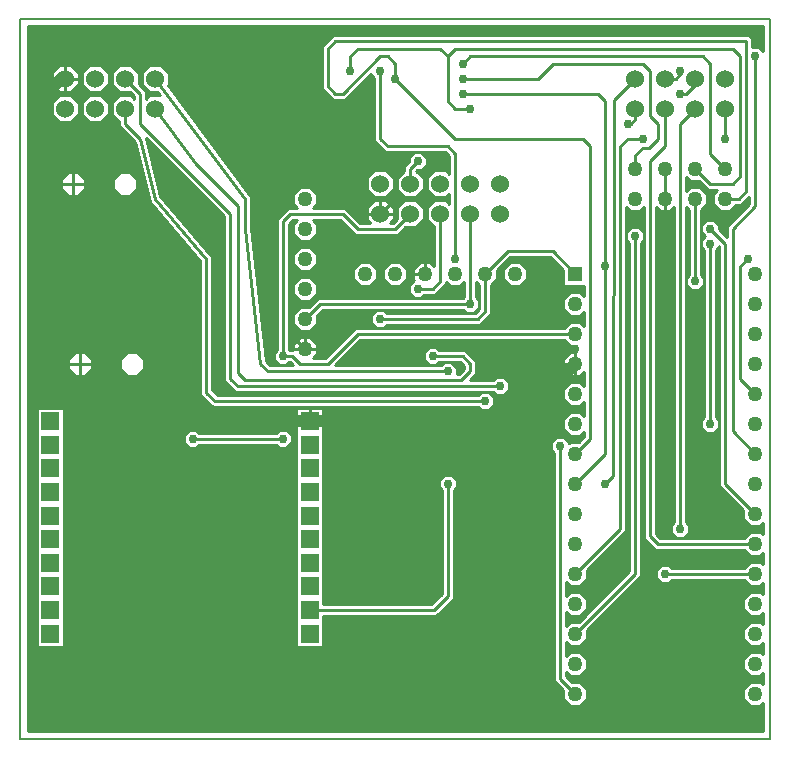
<source format=gbr>
G04 PROTEUS RS274X GERBER FILE*
%FSLAX45Y45*%
%MOMM*%
G01*
%ADD10C,0.254000*%
%ADD11C,1.016000*%
%ADD12C,0.762000*%
%ADD13C,1.524000*%
%ADD16R,1.524000X1.524000*%
%ADD17R,1.270000X1.270000*%
%ADD18C,1.270000*%
%ADD22C,0.203200*%
G36*
X+6286500Y-273238D02*
X+6254563Y-241301D01*
X+6197599Y-241301D01*
X+6197599Y-169459D01*
X+6167841Y-139701D01*
X+2645959Y-139701D01*
X+2552701Y-232959D01*
X+2552701Y-592541D01*
X+2645959Y-685799D01*
X+2751541Y-685799D01*
X+2971801Y-465539D01*
X+2971801Y-476063D01*
X+2997201Y-501463D01*
X+2997201Y-1037041D01*
X+3090459Y-1130299D01*
X+3598459Y-1130299D01*
X+3632201Y-1164041D01*
X+3632201Y-1311558D01*
X+3603344Y-1282701D01*
X+3508656Y-1282701D01*
X+3441701Y-1349656D01*
X+3441701Y-1444344D01*
X+3508656Y-1511299D01*
X+3603344Y-1511299D01*
X+3632201Y-1482442D01*
X+3632201Y-1565558D01*
X+3603344Y-1536701D01*
X+3508656Y-1536701D01*
X+3441701Y-1603656D01*
X+3441701Y-1698344D01*
X+3505201Y-1761844D01*
X+3505201Y-2091518D01*
X+3471084Y-2057401D01*
X+3386916Y-2057401D01*
X+3327401Y-2116916D01*
X+3327401Y-2201084D01*
X+3336118Y-2209801D01*
X+3333937Y-2209801D01*
X+3289301Y-2254437D01*
X+3289301Y-2317563D01*
X+3333937Y-2362199D01*
X+3397063Y-2362199D01*
X+3422463Y-2336799D01*
X+3513541Y-2336799D01*
X+3606799Y-2243541D01*
X+3606799Y-2226482D01*
X+3640916Y-2260599D01*
X+3725084Y-2260599D01*
X+3759201Y-2226482D01*
X+3759201Y-2356037D01*
X+3753037Y-2362201D01*
X+2518959Y-2362201D01*
X+2442759Y-2438401D01*
X+2370916Y-2438401D01*
X+2311401Y-2497916D01*
X+2311401Y-2582084D01*
X+2370916Y-2641599D01*
X+2455084Y-2641599D01*
X+2514599Y-2582084D01*
X+2514599Y-2510241D01*
X+2561041Y-2463799D01*
X+3753037Y-2463799D01*
X+3778437Y-2489199D01*
X+3841563Y-2489199D01*
X+3886199Y-2444563D01*
X+3886199Y-2381437D01*
X+3860799Y-2356037D01*
X+3860799Y-2226482D01*
X+3886201Y-2251884D01*
X+3886201Y-2455459D01*
X+3852459Y-2489201D01*
X+3104963Y-2489201D01*
X+3079563Y-2463801D01*
X+3016437Y-2463801D01*
X+2971801Y-2508437D01*
X+2971801Y-2571563D01*
X+3016437Y-2616199D01*
X+3079563Y-2616199D01*
X+3104963Y-2590799D01*
X+3894541Y-2590799D01*
X+3987799Y-2497541D01*
X+3987799Y-2251884D01*
X+4038599Y-2201084D01*
X+4038599Y-2129241D01*
X+4148541Y-2019299D01*
X+4487459Y-2019299D01*
X+4597401Y-2129241D01*
X+4597401Y-2260599D01*
X+4775201Y-2260599D01*
X+4775201Y-2345518D01*
X+4741084Y-2311401D01*
X+4656916Y-2311401D01*
X+4597401Y-2370916D01*
X+4597401Y-2455084D01*
X+4656916Y-2514599D01*
X+4741084Y-2514599D01*
X+4775201Y-2480482D01*
X+4775201Y-2599518D01*
X+4741084Y-2565401D01*
X+4656916Y-2565401D01*
X+4606116Y-2616201D01*
X+2836459Y-2616201D01*
X+2582459Y-2870201D01*
X+2480482Y-2870201D01*
X+2514599Y-2836084D01*
X+2514599Y-2751916D01*
X+2455084Y-2692401D01*
X+2370916Y-2692401D01*
X+2311401Y-2751916D01*
X+2311401Y-2806701D01*
X+2279463Y-2806701D01*
X+2273299Y-2800537D01*
X+2273299Y-1735541D01*
X+2307041Y-1701799D01*
X+2345518Y-1701799D01*
X+2311401Y-1735916D01*
X+2311401Y-1820084D01*
X+2370916Y-1879599D01*
X+2455084Y-1879599D01*
X+2514599Y-1820084D01*
X+2514599Y-1735916D01*
X+2480482Y-1701799D01*
X+2709459Y-1701799D01*
X+2836459Y-1828799D01*
X+3196041Y-1828799D01*
X+3259541Y-1765299D01*
X+3349344Y-1765299D01*
X+3416299Y-1698344D01*
X+3416299Y-1603656D01*
X+3349344Y-1536701D01*
X+3254656Y-1536701D01*
X+3187701Y-1603656D01*
X+3187701Y-1693459D01*
X+3153959Y-1727201D01*
X+3133442Y-1727201D01*
X+3162299Y-1698344D01*
X+3162299Y-1603656D01*
X+3095344Y-1536701D01*
X+3000656Y-1536701D01*
X+2933701Y-1603656D01*
X+2933701Y-1698344D01*
X+2962558Y-1727201D01*
X+2878541Y-1727201D01*
X+2751541Y-1600201D01*
X+2480482Y-1600201D01*
X+2514599Y-1566084D01*
X+2514599Y-1481916D01*
X+2455084Y-1422401D01*
X+2370916Y-1422401D01*
X+2311401Y-1481916D01*
X+2311401Y-1566084D01*
X+2345518Y-1600201D01*
X+2264959Y-1600201D01*
X+2171701Y-1693459D01*
X+2171701Y-2800537D01*
X+2146301Y-2825937D01*
X+2146301Y-2889063D01*
X+2190937Y-2933699D01*
X+2254063Y-2933699D01*
X+2279463Y-2908299D01*
X+2284009Y-2908299D01*
X+2309411Y-2933701D01*
X+2116541Y-2933701D01*
X+2080520Y-2897680D01*
X+1955799Y-1775190D01*
X+1955799Y-1507068D01*
X+1250191Y-562452D01*
X+1257299Y-555344D01*
X+1257299Y-460656D01*
X+1190344Y-393701D01*
X+1095656Y-393701D01*
X+1028701Y-460656D01*
X+1028701Y-555344D01*
X+1095656Y-622299D01*
X+1162424Y-622299D01*
X+1181552Y-647701D01*
X+1095656Y-647701D01*
X+1066799Y-676558D01*
X+1066799Y-613959D01*
X+1003299Y-550459D01*
X+1003299Y-460656D01*
X+936344Y-393701D01*
X+841656Y-393701D01*
X+774701Y-460656D01*
X+774701Y-555344D01*
X+841656Y-622299D01*
X+931459Y-622299D01*
X+965201Y-656041D01*
X+965201Y-676558D01*
X+936344Y-647701D01*
X+841656Y-647701D01*
X+774701Y-714656D01*
X+774701Y-809344D01*
X+838201Y-872844D01*
X+838201Y-910041D01*
X+970131Y-1041971D01*
X+1096619Y-1547924D01*
X+1526660Y-2050759D01*
X+1526660Y-3186000D01*
X+1629959Y-3289299D01*
X+3880037Y-3289299D01*
X+3905437Y-3314699D01*
X+3968563Y-3314699D01*
X+4013199Y-3270063D01*
X+4013199Y-3206937D01*
X+3968563Y-3162301D01*
X+3905437Y-3162301D01*
X+3880037Y-3187701D01*
X+1672041Y-3187701D01*
X+1628258Y-3143918D01*
X+1628258Y-2013241D01*
X+1189381Y-1500075D01*
X+1067430Y-1012270D01*
X+1727201Y-1672041D01*
X+1727201Y-3069041D01*
X+1820459Y-3162299D01*
X+4007037Y-3162299D01*
X+4032437Y-3187699D01*
X+4095563Y-3187699D01*
X+4140199Y-3143063D01*
X+4140199Y-3079937D01*
X+4095563Y-3035301D01*
X+4032437Y-3035301D01*
X+4007037Y-3060701D01*
X+3805639Y-3060701D01*
X+3860799Y-3005541D01*
X+3860799Y-2899959D01*
X+3767541Y-2806701D01*
X+3549463Y-2806701D01*
X+3524063Y-2781301D01*
X+3460937Y-2781301D01*
X+3416301Y-2825937D01*
X+3416301Y-2889063D01*
X+3460937Y-2933699D01*
X+3524063Y-2933699D01*
X+3549463Y-2908299D01*
X+3725459Y-2908299D01*
X+3759201Y-2942041D01*
X+3759201Y-2963459D01*
X+3712759Y-3009901D01*
X+3695699Y-3009901D01*
X+3695699Y-2952937D01*
X+3651063Y-2908301D01*
X+3587937Y-2908301D01*
X+3562537Y-2933701D01*
X+2662639Y-2933701D01*
X+2878541Y-2717799D01*
X+4606116Y-2717799D01*
X+4656916Y-2768599D01*
X+4679500Y-2768599D01*
X+4667250Y-2780849D01*
X+4667250Y-2807151D01*
X+4679500Y-2819401D01*
X+4656916Y-2819401D01*
X+4597401Y-2878916D01*
X+4597401Y-2963084D01*
X+4656916Y-3022599D01*
X+4741084Y-3022599D01*
X+4775201Y-2988482D01*
X+4775201Y-3107518D01*
X+4741084Y-3073401D01*
X+4656916Y-3073401D01*
X+4597401Y-3132916D01*
X+4597401Y-3217084D01*
X+4656916Y-3276599D01*
X+4741084Y-3276599D01*
X+4775201Y-3242482D01*
X+4775201Y-3361518D01*
X+4741084Y-3327401D01*
X+4656916Y-3327401D01*
X+4597401Y-3386916D01*
X+4597401Y-3471084D01*
X+4656916Y-3530599D01*
X+4741084Y-3530599D01*
X+4775201Y-3496482D01*
X+4775201Y-3534959D01*
X+4728759Y-3581401D01*
X+4656916Y-3581401D01*
X+4648199Y-3590118D01*
X+4648199Y-3587937D01*
X+4603563Y-3543301D01*
X+4540437Y-3543301D01*
X+4495801Y-3587937D01*
X+4495801Y-3651063D01*
X+4521201Y-3676463D01*
X+4521201Y-5609041D01*
X+4597401Y-5685241D01*
X+4597401Y-5757084D01*
X+4656916Y-5816599D01*
X+4741084Y-5816599D01*
X+4800599Y-5757084D01*
X+4800599Y-5672916D01*
X+4741084Y-5613401D01*
X+4669241Y-5613401D01*
X+4622799Y-5566959D01*
X+4622799Y-5528482D01*
X+4656916Y-5562599D01*
X+4741084Y-5562599D01*
X+4800599Y-5503084D01*
X+4800599Y-5418916D01*
X+4741084Y-5359401D01*
X+4656916Y-5359401D01*
X+4622799Y-5393518D01*
X+4622799Y-5274482D01*
X+4656916Y-5308599D01*
X+4741084Y-5308599D01*
X+4800599Y-5249084D01*
X+4800599Y-5177241D01*
X+5257799Y-4720041D01*
X+5257799Y-1898463D01*
X+5283199Y-1873063D01*
X+5283199Y-1809937D01*
X+5238563Y-1765301D01*
X+5175437Y-1765301D01*
X+5130801Y-1809937D01*
X+5130801Y-1873063D01*
X+5156201Y-1898463D01*
X+5156201Y-4677959D01*
X+4728759Y-5105401D01*
X+4656916Y-5105401D01*
X+4622799Y-5139518D01*
X+4622799Y-5020482D01*
X+4656916Y-5054599D01*
X+4741084Y-5054599D01*
X+4800599Y-4995084D01*
X+4800599Y-4910916D01*
X+4741084Y-4851401D01*
X+4656916Y-4851401D01*
X+4622799Y-4885518D01*
X+4622799Y-4766482D01*
X+4656916Y-4800599D01*
X+4741084Y-4800599D01*
X+4800599Y-4741084D01*
X+4800599Y-4669241D01*
X+5130799Y-4339041D01*
X+5130799Y-1591482D01*
X+5164916Y-1625599D01*
X+5249084Y-1625599D01*
X+5283201Y-1591482D01*
X+5283201Y-4402541D01*
X+5376459Y-4495799D01*
X+6130116Y-4495799D01*
X+6180916Y-4546599D01*
X+6265084Y-4546599D01*
X+6286500Y-4525183D01*
X+6286500Y-4618817D01*
X+6265084Y-4597401D01*
X+6180916Y-4597401D01*
X+6130116Y-4648201D01*
X+5517963Y-4648201D01*
X+5492563Y-4622801D01*
X+5429437Y-4622801D01*
X+5384801Y-4667437D01*
X+5384801Y-4730563D01*
X+5429437Y-4775199D01*
X+5492563Y-4775199D01*
X+5517963Y-4749799D01*
X+6130116Y-4749799D01*
X+6180916Y-4800599D01*
X+6265084Y-4800599D01*
X+6286500Y-4779183D01*
X+6286500Y-4872817D01*
X+6265084Y-4851401D01*
X+6180916Y-4851401D01*
X+6121401Y-4910916D01*
X+6121401Y-4995084D01*
X+6180916Y-5054599D01*
X+6265084Y-5054599D01*
X+6286500Y-5033183D01*
X+6286500Y-5126817D01*
X+6265084Y-5105401D01*
X+6180916Y-5105401D01*
X+6121401Y-5164916D01*
X+6121401Y-5249084D01*
X+6180916Y-5308599D01*
X+6265084Y-5308599D01*
X+6286500Y-5287183D01*
X+6286500Y-5380817D01*
X+6265084Y-5359401D01*
X+6180916Y-5359401D01*
X+6121401Y-5418916D01*
X+6121401Y-5503084D01*
X+6180916Y-5562599D01*
X+6265084Y-5562599D01*
X+6286500Y-5541183D01*
X+6286500Y-5634817D01*
X+6265084Y-5613401D01*
X+6180916Y-5613401D01*
X+6121401Y-5672916D01*
X+6121401Y-5757084D01*
X+6180916Y-5816599D01*
X+6265084Y-5816599D01*
X+6286500Y-5795183D01*
X+6286500Y-6032500D01*
X+63500Y-6032500D01*
X+63500Y-63500D01*
X+6286500Y-63500D01*
X+6286500Y-273238D01*
G37*
%LPC*%
G36*
X+333656Y-876299D02*
X+428344Y-876299D01*
X+495299Y-809344D01*
X+495299Y-714656D01*
X+428344Y-647701D01*
X+333656Y-647701D01*
X+266701Y-714656D01*
X+266701Y-809344D01*
X+333656Y-876299D01*
G37*
G36*
X+333656Y-622299D02*
X+428344Y-622299D01*
X+495299Y-555344D01*
X+495299Y-460656D01*
X+428344Y-393701D01*
X+333656Y-393701D01*
X+266701Y-460656D01*
X+266701Y-555344D01*
X+333656Y-622299D01*
G37*
G36*
X+587656Y-876299D02*
X+682344Y-876299D01*
X+749299Y-809344D01*
X+749299Y-714656D01*
X+682344Y-647701D01*
X+587656Y-647701D01*
X+520701Y-714656D01*
X+520701Y-809344D01*
X+587656Y-876299D01*
G37*
G36*
X+587656Y-622299D02*
X+682344Y-622299D01*
X+749299Y-555344D01*
X+749299Y-460656D01*
X+682344Y-393701D01*
X+587656Y-393701D01*
X+520701Y-460656D01*
X+520701Y-555344D01*
X+587656Y-622299D01*
G37*
G36*
X+2568299Y-3521299D02*
X+2568299Y-4956201D01*
X+3480959Y-4956201D01*
X+3568701Y-4868459D01*
X+3568701Y-3993963D01*
X+3543301Y-3968563D01*
X+3543301Y-3905437D01*
X+3587937Y-3860801D01*
X+3651063Y-3860801D01*
X+3695699Y-3905437D01*
X+3695699Y-3968563D01*
X+3670299Y-3993963D01*
X+3670299Y-4910541D01*
X+3523041Y-5057799D01*
X+2568299Y-5057799D01*
X+2568299Y-5321299D01*
X+2339701Y-5321299D01*
X+2339701Y-3292701D01*
X+2568299Y-3292701D01*
X+2568299Y-3521299D01*
G37*
G36*
X+368299Y-3521299D02*
X+368299Y-5321299D01*
X+139701Y-5321299D01*
X+139701Y-3292701D01*
X+368299Y-3292701D01*
X+368299Y-3521299D01*
G37*
G36*
X+3000656Y-1511299D02*
X+3095344Y-1511299D01*
X+3162299Y-1444344D01*
X+3162299Y-1349656D01*
X+3095344Y-1282701D01*
X+3000656Y-1282701D01*
X+2933701Y-1349656D01*
X+2933701Y-1444344D01*
X+3000656Y-1511299D01*
G37*
G36*
X+3441699Y-1174937D02*
X+3441699Y-1238063D01*
X+3397063Y-1282699D01*
X+3361141Y-1282699D01*
X+3355242Y-1288598D01*
X+3416299Y-1349656D01*
X+3416299Y-1444344D01*
X+3349344Y-1511299D01*
X+3254656Y-1511299D01*
X+3187701Y-1444344D01*
X+3187701Y-1349656D01*
X+3251201Y-1286156D01*
X+3251201Y-1248959D01*
X+3289301Y-1210859D01*
X+3289301Y-1174937D01*
X+3333937Y-1130301D01*
X+3397063Y-1130301D01*
X+3441699Y-1174937D01*
G37*
G36*
X+3022599Y-2201084D02*
X+3022599Y-2116916D01*
X+2963084Y-2057401D01*
X+2878916Y-2057401D01*
X+2819401Y-2116916D01*
X+2819401Y-2201084D01*
X+2878916Y-2260599D01*
X+2963084Y-2260599D01*
X+3022599Y-2201084D01*
G37*
G36*
X+3276599Y-2201084D02*
X+3276599Y-2116916D01*
X+3217084Y-2057401D01*
X+3132916Y-2057401D01*
X+3073401Y-2116916D01*
X+3073401Y-2201084D01*
X+3132916Y-2260599D01*
X+3217084Y-2260599D01*
X+3276599Y-2201084D01*
G37*
G36*
X+4292599Y-2201084D02*
X+4292599Y-2116916D01*
X+4233084Y-2057401D01*
X+4148916Y-2057401D01*
X+4089401Y-2116916D01*
X+4089401Y-2201084D01*
X+4148916Y-2260599D01*
X+4233084Y-2260599D01*
X+4292599Y-2201084D01*
G37*
G36*
X+2370916Y-2133599D02*
X+2455084Y-2133599D01*
X+2514599Y-2074084D01*
X+2514599Y-1989916D01*
X+2455084Y-1930401D01*
X+2370916Y-1930401D01*
X+2311401Y-1989916D01*
X+2311401Y-2074084D01*
X+2370916Y-2133599D01*
G37*
G36*
X+2370916Y-2387599D02*
X+2455084Y-2387599D01*
X+2514599Y-2328084D01*
X+2514599Y-2243916D01*
X+2455084Y-2184401D01*
X+2370916Y-2184401D01*
X+2311401Y-2243916D01*
X+2311401Y-2328084D01*
X+2370916Y-2387599D01*
G37*
G36*
X+931084Y-1295401D02*
X+846916Y-1295401D01*
X+787401Y-1354916D01*
X+787401Y-1439084D01*
X+846916Y-1498599D01*
X+931084Y-1498599D01*
X+990599Y-1439084D01*
X+990599Y-1354916D01*
X+931084Y-1295401D01*
G37*
G36*
X+491084Y-1295401D02*
X+406916Y-1295401D01*
X+347401Y-1354916D01*
X+347401Y-1439084D01*
X+406916Y-1498599D01*
X+491084Y-1498599D01*
X+550599Y-1439084D01*
X+550599Y-1354916D01*
X+491084Y-1295401D01*
G37*
G36*
X+990084Y-2819401D02*
X+905916Y-2819401D01*
X+846401Y-2878916D01*
X+846401Y-2963084D01*
X+905916Y-3022599D01*
X+990084Y-3022599D01*
X+1049599Y-2963084D01*
X+1049599Y-2878916D01*
X+990084Y-2819401D01*
G37*
G36*
X+550084Y-2819401D02*
X+465916Y-2819401D01*
X+406401Y-2878916D01*
X+406401Y-2963084D01*
X+465916Y-3022599D01*
X+550084Y-3022599D01*
X+609599Y-2963084D01*
X+609599Y-2878916D01*
X+550084Y-2819401D01*
G37*
G36*
X+2298699Y-3524437D02*
X+2298699Y-3587563D01*
X+2254063Y-3632199D01*
X+2190937Y-3632199D01*
X+2165537Y-3606799D01*
X+1517463Y-3606799D01*
X+1492063Y-3632199D01*
X+1428937Y-3632199D01*
X+1384301Y-3587563D01*
X+1384301Y-3524437D01*
X+1428937Y-3479801D01*
X+1492063Y-3479801D01*
X+1517463Y-3505201D01*
X+2165537Y-3505201D01*
X+2190937Y-3479801D01*
X+2254063Y-3479801D01*
X+2298699Y-3524437D01*
G37*
%LPD*%
G36*
X+5672916Y-1371599D02*
X+5744759Y-1371599D01*
X+5820959Y-1447799D01*
X+5901518Y-1447799D01*
X+5867401Y-1481916D01*
X+5867401Y-1566084D01*
X+5926916Y-1625599D01*
X+6011084Y-1625599D01*
X+6061884Y-1574799D01*
X+6104341Y-1574799D01*
X+6172201Y-1506939D01*
X+6172201Y-1566459D01*
X+5981701Y-1756959D01*
X+5981701Y-1845861D01*
X+5918199Y-1782359D01*
X+5918199Y-1746437D01*
X+5873563Y-1701801D01*
X+5810437Y-1701801D01*
X+5765801Y-1746437D01*
X+5765801Y-1809563D01*
X+5797738Y-1841500D01*
X+5765801Y-1873437D01*
X+5765801Y-1936563D01*
X+5791201Y-1961963D01*
X+5791201Y-3372037D01*
X+5765801Y-3397437D01*
X+5765801Y-3460563D01*
X+5810437Y-3505199D01*
X+5873563Y-3505199D01*
X+5918199Y-3460563D01*
X+5918199Y-3397437D01*
X+5892799Y-3372037D01*
X+5892799Y-1961963D01*
X+5918199Y-1936563D01*
X+5918199Y-1926039D01*
X+5918201Y-1926041D01*
X+5918201Y-3958041D01*
X+6121401Y-4161241D01*
X+6121401Y-4233084D01*
X+6180916Y-4292599D01*
X+6265084Y-4292599D01*
X+6286500Y-4271183D01*
X+6286500Y-4364817D01*
X+6265084Y-4343401D01*
X+6180916Y-4343401D01*
X+6130116Y-4394201D01*
X+5418541Y-4394201D01*
X+5384799Y-4360459D01*
X+5384799Y-1591482D01*
X+5418916Y-1625599D01*
X+5503084Y-1625599D01*
X+5537201Y-1591482D01*
X+5537201Y-4261037D01*
X+5511801Y-4286437D01*
X+5511801Y-4349563D01*
X+5556437Y-4394199D01*
X+5619563Y-4394199D01*
X+5664199Y-4349563D01*
X+5664199Y-4286437D01*
X+5638799Y-4261037D01*
X+5638799Y-1591482D01*
X+5664201Y-1616884D01*
X+5664201Y-2165537D01*
X+5638801Y-2190937D01*
X+5638801Y-2254063D01*
X+5683437Y-2298699D01*
X+5746563Y-2298699D01*
X+5791199Y-2254063D01*
X+5791199Y-2190937D01*
X+5765799Y-2165537D01*
X+5765799Y-1616884D01*
X+5816599Y-1566084D01*
X+5816599Y-1481916D01*
X+5757084Y-1422401D01*
X+5672916Y-1422401D01*
X+5638799Y-1456518D01*
X+5638799Y-1337482D01*
X+5672916Y-1371599D01*
G37*
%LPC*%
G36*
X+5447849Y-2825750D02*
X+5474151Y-2825750D01*
X+5492750Y-2807151D01*
X+5492750Y-2780849D01*
X+5474151Y-2762250D01*
X+5447849Y-2762250D01*
X+5429250Y-2780849D01*
X+5429250Y-2807151D01*
X+5447849Y-2825750D01*
G37*
%LPD*%
D10*
X+3619500Y-317500D02*
X+3683000Y-254000D01*
X+6032500Y-254000D01*
X+6096000Y-317500D01*
X+6096000Y-1333500D01*
X+6032500Y-1397000D01*
X+5842000Y-1397000D01*
X+5715000Y-1270000D01*
X+3619500Y-317500D02*
X+3619500Y-698500D01*
X+3683000Y-762000D01*
X+3810000Y-762000D01*
X+3619500Y-317500D02*
X+3556000Y-254000D01*
X+2857500Y-254000D01*
X+2794000Y-317500D01*
X+2794000Y-444500D01*
X+3746500Y-381000D02*
X+3810000Y-317500D01*
X+5778500Y-317500D01*
X+5842000Y-381000D01*
X+5842000Y-1143000D01*
X+5969000Y-1270000D01*
X+3683000Y-2032000D02*
X+3683000Y-1143000D01*
X+3619500Y-1079500D01*
X+3111500Y-1079500D01*
X+3048000Y-1016000D01*
X+3048000Y-444500D01*
X+5461000Y-4699000D02*
X+6223000Y-4699000D01*
X+3365500Y-2286000D02*
X+3492500Y-2286000D01*
X+3556000Y-2222500D01*
X+3556000Y-1651000D01*
X+3365500Y-1905000D02*
X+3429000Y-1841500D01*
X+3429000Y-1587500D01*
X+3365500Y-1524000D01*
X+3175000Y-1524000D01*
X+3048000Y-1651000D01*
X+2413000Y-2794000D02*
X+2286000Y-2667000D01*
X+2286000Y-1968500D01*
X+2349500Y-1905000D01*
X+3365500Y-1905000D01*
X+3429000Y-1968500D01*
X+3429000Y-2159000D01*
X+5461000Y-1524000D02*
X+5461000Y-2794000D01*
X+4699000Y-2921000D02*
X+4699000Y-2794000D01*
X+5461000Y-1524000D02*
X+5461000Y-1270000D01*
D11*
X+381000Y-508000D02*
X+343663Y-508000D01*
X+139188Y-712475D01*
X+139188Y-2933187D01*
X+613001Y-3407000D01*
X+2454000Y-3407000D01*
X+2794000Y-3407000D01*
X+4699000Y-2921000D02*
X+4213000Y-3407000D01*
X+2794000Y-3407000D01*
D10*
X+5270500Y-1016000D02*
X+5143500Y-1016000D01*
X+5080000Y-1079500D01*
X+5080000Y-4318000D01*
X+4699000Y-4699000D01*
X+5969000Y-1016000D02*
X+5969000Y-762000D01*
X+5588000Y-4318000D02*
X+5588000Y-889000D01*
X+5715000Y-762000D01*
X+5461000Y-762000D02*
X+5461000Y-1079500D01*
X+5334000Y-1206500D01*
X+5334000Y-4381500D01*
X+5397500Y-4445000D01*
X+6223000Y-4445000D01*
X+5842000Y-1778000D02*
X+5969000Y-1905000D01*
X+5969000Y-3937000D01*
X+6223000Y-4191000D01*
X+5143500Y-889000D02*
X+5168900Y-889000D01*
X+5207000Y-850900D01*
X+5207000Y-762000D01*
X+4953000Y-3937000D02*
X+5016500Y-3873500D01*
X+5016500Y-2349500D01*
X+5029200Y-2336800D01*
X+5029200Y-685800D01*
X+5207000Y-508000D01*
X+6223000Y-317500D02*
X+6223000Y-1587500D01*
X+6032500Y-1778000D01*
X+6032500Y-3492500D01*
X+6223000Y-3683000D01*
X+5588000Y-444500D02*
X+5588000Y-469900D01*
X+5549900Y-508000D01*
X+5461000Y-508000D01*
X+5842000Y-1905000D02*
X+5842000Y-3429000D01*
X+5588000Y-635000D02*
X+5638800Y-635000D01*
X+5715000Y-558800D01*
X+5715000Y-508000D01*
X+6159500Y-2032000D02*
X+6096000Y-2095500D01*
X+6096000Y-3048000D01*
X+6223000Y-3175000D01*
X+4572000Y-3619500D02*
X+4572000Y-5588000D01*
X+4699000Y-5715000D01*
X+3492500Y-2413000D02*
X+3810000Y-2413000D01*
X+3810000Y-1651000D01*
X+3492500Y-2413000D02*
X+2540000Y-2413000D01*
X+2413000Y-2540000D01*
X+3937000Y-3238500D02*
X+1651000Y-3238500D01*
X+1577459Y-3164959D01*
X+1577459Y-2032000D01*
X+1143000Y-1524000D01*
X+1016000Y-1016000D01*
X+889000Y-889000D01*
X+889000Y-762000D01*
X+4064000Y-3111500D02*
X+1841500Y-3111500D01*
X+1778000Y-3048000D01*
X+1778000Y-1651000D01*
X+1016000Y-889000D01*
X+1016000Y-635000D01*
X+889000Y-508000D01*
X+2222500Y-2857500D02*
X+2222500Y-1714500D01*
X+2286000Y-1651000D01*
X+2730500Y-1651000D01*
X+2857500Y-1778000D01*
X+3175000Y-1778000D01*
X+3302000Y-1651000D01*
X+4699000Y-2667000D02*
X+2857500Y-2667000D01*
X+2603500Y-2921000D01*
X+2368550Y-2921000D01*
X+2305050Y-2857500D01*
X+2222500Y-2857500D01*
X+2222500Y-3556000D02*
X+1460500Y-3556000D01*
X+3619500Y-3937000D02*
X+3619500Y-4889500D01*
X+3502000Y-5007000D01*
X+2454000Y-5007000D01*
X+3746500Y-635000D02*
X+4889500Y-635000D01*
X+4953000Y-698500D01*
X+4953000Y-2095500D01*
X+4953000Y-3683000D01*
X+4699000Y-3937000D01*
X+5715000Y-2222500D02*
X+5715000Y-1524000D01*
X+3175000Y-508000D02*
X+3683000Y-1016000D01*
X+4762500Y-1016000D01*
X+4826000Y-1079500D01*
X+4826000Y-3556000D01*
X+4699000Y-3683000D01*
X+3175000Y-508000D02*
X+3175000Y-381000D01*
X+3111500Y-317500D01*
X+3048000Y-317500D01*
X+2730500Y-635000D01*
X+2667000Y-635000D01*
X+2603500Y-571500D01*
X+2603500Y-254000D01*
X+2667000Y-190500D01*
X+6146800Y-190500D01*
X+6146800Y-1460500D01*
X+6083300Y-1524000D01*
X+5969000Y-1524000D01*
X+5207000Y-1841500D02*
X+5207000Y-4699000D01*
X+4699000Y-5207000D01*
X+3365500Y-1206500D02*
X+3302000Y-1270000D01*
X+3302000Y-1397000D01*
X+3937000Y-2159000D02*
X+3937000Y-2476500D01*
X+3873500Y-2540000D01*
X+3048000Y-2540000D01*
X+3937000Y-2159000D02*
X+4127500Y-1968500D01*
X+4508500Y-1968500D01*
X+4699000Y-2159000D01*
X+3746500Y-508000D02*
X+4381500Y-508000D01*
X+4508500Y-381000D01*
X+5270500Y-381000D01*
X+5334000Y-444500D01*
X+5334000Y-825500D01*
X+5397500Y-889000D01*
X+5397500Y-1016000D01*
X+5321300Y-1092200D01*
X+5270500Y-1092200D01*
X+5207000Y-1155700D01*
X+5207000Y-1270000D01*
X+3492500Y-2857500D02*
X+3746500Y-2857500D01*
X+3810000Y-2921000D01*
X+3810000Y-2984500D01*
X+3733800Y-3060700D01*
X+1905000Y-3060700D01*
X+1841500Y-2997200D01*
X+1841500Y-1587500D01*
X+1486208Y-1232208D01*
X+1143000Y-762000D01*
X+3619500Y-2984500D02*
X+2095500Y-2984500D01*
X+2032000Y-2921000D01*
X+1905000Y-1778000D01*
X+1905000Y-1524000D01*
X+1143000Y-508000D01*
D12*
X+3810000Y-762000D03*
X+2794000Y-444500D03*
X+3746500Y-381000D03*
X+3048000Y-444500D03*
X+3683000Y-2032000D03*
X+5461000Y-4699000D03*
X+3365500Y-2286000D03*
X+5461000Y-2794000D03*
X+4699000Y-2794000D03*
X+5270500Y-1016000D03*
X+5969000Y-1016000D03*
X+5588000Y-4318000D03*
X+5842000Y-1778000D03*
X+5143500Y-889000D03*
X+4953000Y-3937000D03*
X+6223000Y-317500D03*
X+5588000Y-444500D03*
X+5842000Y-3429000D03*
X+5842000Y-1905000D03*
X+5588000Y-635000D03*
X+6159500Y-2032000D03*
X+4572000Y-3619500D03*
X+3810000Y-2413000D03*
X+3937000Y-3238500D03*
X+4064000Y-3111500D03*
X+1460500Y-3556000D03*
X+2222500Y-3556000D03*
X+2222500Y-2857500D03*
X+3619500Y-3937000D03*
X+5715000Y-2222500D03*
X+4953000Y-2095500D03*
X+3746500Y-635000D03*
X+3175000Y-508000D03*
X+5207000Y-1841500D03*
X+3365500Y-1206500D03*
X+3048000Y-2540000D03*
X+3746500Y-508000D03*
X+3492500Y-2857500D03*
X+3619500Y-2984500D03*
D10*
X+6286500Y-273238D02*
X+6254563Y-241301D01*
X+6197599Y-241301D01*
X+6197599Y-169459D01*
X+6167841Y-139701D01*
X+2645959Y-139701D01*
X+2552701Y-232959D01*
X+2552701Y-592541D01*
X+2645959Y-685799D01*
X+2751541Y-685799D01*
X+2971801Y-465539D01*
X+2971801Y-476063D01*
X+2997201Y-501463D01*
X+2997201Y-1037041D01*
X+3090459Y-1130299D01*
X+3598459Y-1130299D01*
X+3632201Y-1164041D01*
X+3632201Y-1311558D01*
X+3603344Y-1282701D01*
X+3508656Y-1282701D01*
X+3441701Y-1349656D01*
X+3441701Y-1444344D01*
X+3508656Y-1511299D01*
X+3603344Y-1511299D01*
X+3632201Y-1482442D01*
X+3632201Y-1565558D01*
X+3603344Y-1536701D01*
X+3508656Y-1536701D01*
X+3441701Y-1603656D01*
X+3441701Y-1698344D01*
X+3505201Y-1761844D01*
X+3505201Y-2091518D01*
X+3471084Y-2057401D01*
X+3386916Y-2057401D01*
X+3327401Y-2116916D01*
X+3327401Y-2201084D01*
X+3336118Y-2209801D01*
X+3333937Y-2209801D01*
X+3289301Y-2254437D01*
X+3289301Y-2317563D01*
X+3333937Y-2362199D01*
X+3397063Y-2362199D01*
X+3422463Y-2336799D01*
X+3513541Y-2336799D01*
X+3606799Y-2243541D01*
X+3606799Y-2226482D01*
X+3640916Y-2260599D01*
X+3725084Y-2260599D01*
X+3759201Y-2226482D01*
X+3759201Y-2356037D01*
X+3753037Y-2362201D01*
X+2518959Y-2362201D01*
X+2442759Y-2438401D01*
X+2370916Y-2438401D01*
X+2311401Y-2497916D01*
X+2311401Y-2582084D01*
X+2370916Y-2641599D01*
X+2455084Y-2641599D01*
X+2514599Y-2582084D01*
X+2514599Y-2510241D01*
X+2561041Y-2463799D01*
X+3753037Y-2463799D01*
X+3778437Y-2489199D01*
X+3841563Y-2489199D01*
X+3886199Y-2444563D01*
X+3886199Y-2381437D01*
X+3860799Y-2356037D01*
X+3860799Y-2226482D01*
X+3886201Y-2251884D01*
X+3886201Y-2455459D01*
X+3852459Y-2489201D01*
X+3104963Y-2489201D01*
X+3079563Y-2463801D01*
X+3016437Y-2463801D01*
X+2971801Y-2508437D01*
X+2971801Y-2571563D01*
X+3016437Y-2616199D01*
X+3079563Y-2616199D01*
X+3104963Y-2590799D01*
X+3894541Y-2590799D01*
X+3987799Y-2497541D01*
X+3987799Y-2251884D01*
X+4038599Y-2201084D01*
X+4038599Y-2129241D01*
X+4148541Y-2019299D01*
X+4487459Y-2019299D01*
X+4597401Y-2129241D01*
X+4597401Y-2260599D01*
X+4775201Y-2260599D01*
X+4775201Y-2345518D01*
X+4741084Y-2311401D01*
X+4656916Y-2311401D01*
X+4597401Y-2370916D01*
X+4597401Y-2455084D01*
X+4656916Y-2514599D01*
X+4741084Y-2514599D01*
X+4775201Y-2480482D01*
X+4775201Y-2599518D01*
X+4741084Y-2565401D01*
X+4656916Y-2565401D01*
X+4606116Y-2616201D01*
X+2836459Y-2616201D01*
X+2582459Y-2870201D01*
X+2480482Y-2870201D01*
X+2514599Y-2836084D01*
X+2514599Y-2751916D01*
X+2455084Y-2692401D01*
X+2370916Y-2692401D01*
X+2311401Y-2751916D01*
X+2311401Y-2806701D01*
X+2279463Y-2806701D01*
X+2273299Y-2800537D01*
X+2273299Y-1735541D01*
X+2307041Y-1701799D01*
X+2345518Y-1701799D01*
X+2311401Y-1735916D01*
X+2311401Y-1820084D01*
X+2370916Y-1879599D01*
X+2455084Y-1879599D01*
X+2514599Y-1820084D01*
X+2514599Y-1735916D01*
X+2480482Y-1701799D01*
X+2709459Y-1701799D01*
X+2836459Y-1828799D01*
X+3196041Y-1828799D01*
X+3259541Y-1765299D01*
X+3349344Y-1765299D01*
X+3416299Y-1698344D01*
X+3416299Y-1603656D01*
X+3349344Y-1536701D01*
X+3254656Y-1536701D01*
X+3187701Y-1603656D01*
X+3187701Y-1693459D01*
X+3153959Y-1727201D01*
X+3133442Y-1727201D01*
X+3162299Y-1698344D01*
X+3162299Y-1603656D01*
X+3095344Y-1536701D01*
X+3000656Y-1536701D01*
X+2933701Y-1603656D01*
X+2933701Y-1698344D01*
X+2962558Y-1727201D01*
X+2878541Y-1727201D01*
X+2751541Y-1600201D01*
X+2480482Y-1600201D01*
X+2514599Y-1566084D01*
X+2514599Y-1481916D01*
X+2455084Y-1422401D01*
X+2370916Y-1422401D01*
X+2311401Y-1481916D01*
X+2311401Y-1566084D01*
X+2345518Y-1600201D01*
X+2264959Y-1600201D01*
X+2171701Y-1693459D01*
X+2171701Y-2800537D01*
X+2146301Y-2825937D01*
X+2146301Y-2889063D01*
X+2190937Y-2933699D01*
X+2254063Y-2933699D01*
X+2279463Y-2908299D01*
X+2284009Y-2908299D01*
X+2309411Y-2933701D01*
X+2116541Y-2933701D01*
X+2080520Y-2897680D01*
X+1955799Y-1775190D01*
X+1955799Y-1507068D01*
X+1250191Y-562452D01*
X+1257299Y-555344D01*
X+1257299Y-460656D01*
X+1190344Y-393701D01*
X+1095656Y-393701D01*
X+1028701Y-460656D01*
X+1028701Y-555344D01*
X+1095656Y-622299D01*
X+1162424Y-622299D01*
X+1181552Y-647701D01*
X+1095656Y-647701D01*
X+1066799Y-676558D01*
X+1066799Y-613959D01*
X+1003299Y-550459D01*
X+1003299Y-460656D01*
X+936344Y-393701D01*
X+841656Y-393701D01*
X+774701Y-460656D01*
X+774701Y-555344D01*
X+841656Y-622299D01*
X+931459Y-622299D01*
X+965201Y-656041D01*
X+965201Y-676558D01*
X+936344Y-647701D01*
X+841656Y-647701D01*
X+774701Y-714656D01*
X+774701Y-809344D01*
X+838201Y-872844D01*
X+838201Y-910041D01*
X+970131Y-1041971D01*
X+1096619Y-1547924D01*
X+1526660Y-2050759D01*
X+1526660Y-3186000D01*
X+1629959Y-3289299D01*
X+3880037Y-3289299D01*
X+3905437Y-3314699D01*
X+3968563Y-3314699D01*
X+4013199Y-3270063D01*
X+4013199Y-3206937D01*
X+3968563Y-3162301D01*
X+3905437Y-3162301D01*
X+3880037Y-3187701D01*
X+1672041Y-3187701D01*
X+1628258Y-3143918D01*
X+1628258Y-2013241D01*
X+1189381Y-1500075D01*
X+1067430Y-1012270D01*
X+1727201Y-1672041D01*
X+1727201Y-3069041D01*
X+1820459Y-3162299D01*
X+4007037Y-3162299D01*
X+4032437Y-3187699D01*
X+4095563Y-3187699D01*
X+4140199Y-3143063D01*
X+4140199Y-3079937D01*
X+4095563Y-3035301D01*
X+4032437Y-3035301D01*
X+4007037Y-3060701D01*
X+3805639Y-3060701D01*
X+3860799Y-3005541D01*
X+3860799Y-2899959D01*
X+3767541Y-2806701D01*
X+3549463Y-2806701D01*
X+3524063Y-2781301D01*
X+3460937Y-2781301D01*
X+3416301Y-2825937D01*
X+3416301Y-2889063D01*
X+3460937Y-2933699D01*
X+3524063Y-2933699D01*
X+3549463Y-2908299D01*
X+3725459Y-2908299D01*
X+3759201Y-2942041D01*
X+3759201Y-2963459D01*
X+3712759Y-3009901D01*
X+3695699Y-3009901D01*
X+3695699Y-2952937D01*
X+3651063Y-2908301D01*
X+3587937Y-2908301D01*
X+3562537Y-2933701D01*
X+2662639Y-2933701D01*
X+2878541Y-2717799D01*
X+4606116Y-2717799D01*
X+4656916Y-2768599D01*
X+4679500Y-2768599D01*
X+4667250Y-2780849D01*
X+4667250Y-2807151D01*
X+4679500Y-2819401D01*
X+4656916Y-2819401D01*
X+4597401Y-2878916D01*
X+4597401Y-2963084D01*
X+4656916Y-3022599D01*
X+4741084Y-3022599D01*
X+4775201Y-2988482D01*
X+4775201Y-3107518D01*
X+4741084Y-3073401D01*
X+4656916Y-3073401D01*
X+4597401Y-3132916D01*
X+4597401Y-3217084D01*
X+4656916Y-3276599D01*
X+4741084Y-3276599D01*
X+4775201Y-3242482D01*
X+4775201Y-3361518D01*
X+4741084Y-3327401D01*
X+4656916Y-3327401D01*
X+4597401Y-3386916D01*
X+4597401Y-3471084D01*
X+4656916Y-3530599D01*
X+4741084Y-3530599D01*
X+4775201Y-3496482D01*
X+4775201Y-3534959D01*
X+4728759Y-3581401D01*
X+4656916Y-3581401D01*
X+4648199Y-3590118D01*
X+4648199Y-3587937D01*
X+4603563Y-3543301D01*
X+4540437Y-3543301D01*
X+4495801Y-3587937D01*
X+4495801Y-3651063D01*
X+4521201Y-3676463D01*
X+4521201Y-5609041D01*
X+4597401Y-5685241D01*
X+4597401Y-5757084D01*
X+4656916Y-5816599D01*
X+4741084Y-5816599D01*
X+4800599Y-5757084D01*
X+4800599Y-5672916D01*
X+4741084Y-5613401D01*
X+4669241Y-5613401D01*
X+4622799Y-5566959D01*
X+4622799Y-5528482D01*
X+4656916Y-5562599D01*
X+4741084Y-5562599D01*
X+4800599Y-5503084D01*
X+4800599Y-5418916D01*
X+4741084Y-5359401D01*
X+4656916Y-5359401D01*
X+4622799Y-5393518D01*
X+4622799Y-5274482D01*
X+4656916Y-5308599D01*
X+4741084Y-5308599D01*
X+4800599Y-5249084D01*
X+4800599Y-5177241D01*
X+5257799Y-4720041D01*
X+5257799Y-1898463D01*
X+5283199Y-1873063D01*
X+5283199Y-1809937D01*
X+5238563Y-1765301D01*
X+5175437Y-1765301D01*
X+5130801Y-1809937D01*
X+5130801Y-1873063D01*
X+5156201Y-1898463D01*
X+5156201Y-4677959D01*
X+4728759Y-5105401D01*
X+4656916Y-5105401D01*
X+4622799Y-5139518D01*
X+4622799Y-5020482D01*
X+4656916Y-5054599D01*
X+4741084Y-5054599D01*
X+4800599Y-4995084D01*
X+4800599Y-4910916D01*
X+4741084Y-4851401D01*
X+4656916Y-4851401D01*
X+4622799Y-4885518D01*
X+4622799Y-4766482D01*
X+4656916Y-4800599D01*
X+4741084Y-4800599D01*
X+4800599Y-4741084D01*
X+4800599Y-4669241D01*
X+5130799Y-4339041D01*
X+5130799Y-1591482D01*
X+5164916Y-1625599D01*
X+5249084Y-1625599D01*
X+5283201Y-1591482D01*
X+5283201Y-4402541D01*
X+5376459Y-4495799D01*
X+6130116Y-4495799D01*
X+6180916Y-4546599D01*
X+6265084Y-4546599D01*
X+6286500Y-4525183D01*
X+6286500Y-4618817D01*
X+6265084Y-4597401D01*
X+6180916Y-4597401D01*
X+6130116Y-4648201D01*
X+5517963Y-4648201D01*
X+5492563Y-4622801D01*
X+5429437Y-4622801D01*
X+5384801Y-4667437D01*
X+5384801Y-4730563D01*
X+5429437Y-4775199D01*
X+5492563Y-4775199D01*
X+5517963Y-4749799D01*
X+6130116Y-4749799D01*
X+6180916Y-4800599D01*
X+6265084Y-4800599D01*
X+6286500Y-4779183D01*
X+6286500Y-4872817D01*
X+6265084Y-4851401D01*
X+6180916Y-4851401D01*
X+6121401Y-4910916D01*
X+6121401Y-4995084D01*
X+6180916Y-5054599D01*
X+6265084Y-5054599D01*
X+6286500Y-5033183D01*
X+6286500Y-5126817D01*
X+6265084Y-5105401D01*
X+6180916Y-5105401D01*
X+6121401Y-5164916D01*
X+6121401Y-5249084D01*
X+6180916Y-5308599D01*
X+6265084Y-5308599D01*
X+6286500Y-5287183D01*
X+6286500Y-5380817D01*
X+6265084Y-5359401D01*
X+6180916Y-5359401D01*
X+6121401Y-5418916D01*
X+6121401Y-5503084D01*
X+6180916Y-5562599D01*
X+6265084Y-5562599D01*
X+6286500Y-5541183D01*
X+6286500Y-5634817D01*
X+6265084Y-5613401D01*
X+6180916Y-5613401D01*
X+6121401Y-5672916D01*
X+6121401Y-5757084D01*
X+6180916Y-5816599D01*
X+6265084Y-5816599D01*
X+6286500Y-5795183D01*
X+6286500Y-6032500D01*
X+63500Y-6032500D01*
X+63500Y-63500D01*
X+6286500Y-63500D01*
X+6286500Y-273238D01*
X+333656Y-876299D02*
X+428344Y-876299D01*
X+495299Y-809344D01*
X+495299Y-714656D01*
X+428344Y-647701D01*
X+333656Y-647701D01*
X+266701Y-714656D01*
X+266701Y-809344D01*
X+333656Y-876299D01*
X+333656Y-622299D02*
X+428344Y-622299D01*
X+495299Y-555344D01*
X+495299Y-460656D01*
X+428344Y-393701D01*
X+333656Y-393701D01*
X+266701Y-460656D01*
X+266701Y-555344D01*
X+333656Y-622299D01*
X+587656Y-876299D02*
X+682344Y-876299D01*
X+749299Y-809344D01*
X+749299Y-714656D01*
X+682344Y-647701D01*
X+587656Y-647701D01*
X+520701Y-714656D01*
X+520701Y-809344D01*
X+587656Y-876299D01*
X+587656Y-622299D02*
X+682344Y-622299D01*
X+749299Y-555344D01*
X+749299Y-460656D01*
X+682344Y-393701D01*
X+587656Y-393701D01*
X+520701Y-460656D01*
X+520701Y-555344D01*
X+587656Y-622299D01*
X+2568299Y-3521299D02*
X+2568299Y-4956201D01*
X+3480959Y-4956201D01*
X+3568701Y-4868459D01*
X+3568701Y-3993963D01*
X+3543301Y-3968563D01*
X+3543301Y-3905437D01*
X+3587937Y-3860801D01*
X+3651063Y-3860801D01*
X+3695699Y-3905437D01*
X+3695699Y-3968563D01*
X+3670299Y-3993963D01*
X+3670299Y-4910541D01*
X+3523041Y-5057799D01*
X+2568299Y-5057799D01*
X+2568299Y-5321299D01*
X+2339701Y-5321299D01*
X+2339701Y-3292701D01*
X+2568299Y-3292701D01*
X+2568299Y-3521299D01*
X+368299Y-3521299D02*
X+368299Y-5321299D01*
X+139701Y-5321299D01*
X+139701Y-3292701D01*
X+368299Y-3292701D01*
X+368299Y-3521299D01*
X+3000656Y-1511299D02*
X+3095344Y-1511299D01*
X+3162299Y-1444344D01*
X+3162299Y-1349656D01*
X+3095344Y-1282701D01*
X+3000656Y-1282701D01*
X+2933701Y-1349656D01*
X+2933701Y-1444344D01*
X+3000656Y-1511299D01*
X+3441699Y-1174937D02*
X+3441699Y-1238063D01*
X+3397063Y-1282699D01*
X+3361141Y-1282699D01*
X+3355242Y-1288598D01*
X+3416299Y-1349656D01*
X+3416299Y-1444344D01*
X+3349344Y-1511299D01*
X+3254656Y-1511299D01*
X+3187701Y-1444344D01*
X+3187701Y-1349656D01*
X+3251201Y-1286156D01*
X+3251201Y-1248959D01*
X+3289301Y-1210859D01*
X+3289301Y-1174937D01*
X+3333937Y-1130301D01*
X+3397063Y-1130301D01*
X+3441699Y-1174937D01*
X+3022599Y-2201084D02*
X+3022599Y-2116916D01*
X+2963084Y-2057401D01*
X+2878916Y-2057401D01*
X+2819401Y-2116916D01*
X+2819401Y-2201084D01*
X+2878916Y-2260599D01*
X+2963084Y-2260599D01*
X+3022599Y-2201084D01*
X+3276599Y-2201084D02*
X+3276599Y-2116916D01*
X+3217084Y-2057401D01*
X+3132916Y-2057401D01*
X+3073401Y-2116916D01*
X+3073401Y-2201084D01*
X+3132916Y-2260599D01*
X+3217084Y-2260599D01*
X+3276599Y-2201084D01*
X+4292599Y-2201084D02*
X+4292599Y-2116916D01*
X+4233084Y-2057401D01*
X+4148916Y-2057401D01*
X+4089401Y-2116916D01*
X+4089401Y-2201084D01*
X+4148916Y-2260599D01*
X+4233084Y-2260599D01*
X+4292599Y-2201084D01*
X+2370916Y-2133599D02*
X+2455084Y-2133599D01*
X+2514599Y-2074084D01*
X+2514599Y-1989916D01*
X+2455084Y-1930401D01*
X+2370916Y-1930401D01*
X+2311401Y-1989916D01*
X+2311401Y-2074084D01*
X+2370916Y-2133599D01*
X+2370916Y-2387599D02*
X+2455084Y-2387599D01*
X+2514599Y-2328084D01*
X+2514599Y-2243916D01*
X+2455084Y-2184401D01*
X+2370916Y-2184401D01*
X+2311401Y-2243916D01*
X+2311401Y-2328084D01*
X+2370916Y-2387599D01*
X+931084Y-1295401D02*
X+846916Y-1295401D01*
X+787401Y-1354916D01*
X+787401Y-1439084D01*
X+846916Y-1498599D01*
X+931084Y-1498599D01*
X+990599Y-1439084D01*
X+990599Y-1354916D01*
X+931084Y-1295401D01*
X+491084Y-1295401D02*
X+406916Y-1295401D01*
X+347401Y-1354916D01*
X+347401Y-1439084D01*
X+406916Y-1498599D01*
X+491084Y-1498599D01*
X+550599Y-1439084D01*
X+550599Y-1354916D01*
X+491084Y-1295401D01*
X+990084Y-2819401D02*
X+905916Y-2819401D01*
X+846401Y-2878916D01*
X+846401Y-2963084D01*
X+905916Y-3022599D01*
X+990084Y-3022599D01*
X+1049599Y-2963084D01*
X+1049599Y-2878916D01*
X+990084Y-2819401D01*
X+550084Y-2819401D02*
X+465916Y-2819401D01*
X+406401Y-2878916D01*
X+406401Y-2963084D01*
X+465916Y-3022599D01*
X+550084Y-3022599D01*
X+609599Y-2963084D01*
X+609599Y-2878916D01*
X+550084Y-2819401D01*
X+2298699Y-3524437D02*
X+2298699Y-3587563D01*
X+2254063Y-3632199D01*
X+2190937Y-3632199D01*
X+2165537Y-3606799D01*
X+1517463Y-3606799D01*
X+1492063Y-3632199D01*
X+1428937Y-3632199D01*
X+1384301Y-3587563D01*
X+1384301Y-3524437D01*
X+1428937Y-3479801D01*
X+1492063Y-3479801D01*
X+1517463Y-3505201D01*
X+2165537Y-3505201D01*
X+2190937Y-3479801D01*
X+2254063Y-3479801D01*
X+2298699Y-3524437D01*
X+5672916Y-1371599D02*
X+5744759Y-1371599D01*
X+5820959Y-1447799D01*
X+5901518Y-1447799D01*
X+5867401Y-1481916D01*
X+5867401Y-1566084D01*
X+5926916Y-1625599D01*
X+6011084Y-1625599D01*
X+6061884Y-1574799D01*
X+6104341Y-1574799D01*
X+6172201Y-1506939D01*
X+6172201Y-1566459D01*
X+5981701Y-1756959D01*
X+5981701Y-1845861D01*
X+5918199Y-1782359D01*
X+5918199Y-1746437D01*
X+5873563Y-1701801D01*
X+5810437Y-1701801D01*
X+5765801Y-1746437D01*
X+5765801Y-1809563D01*
X+5797738Y-1841500D01*
X+5765801Y-1873437D01*
X+5765801Y-1936563D01*
X+5791201Y-1961963D01*
X+5791201Y-3372037D01*
X+5765801Y-3397437D01*
X+5765801Y-3460563D01*
X+5810437Y-3505199D01*
X+5873563Y-3505199D01*
X+5918199Y-3460563D01*
X+5918199Y-3397437D01*
X+5892799Y-3372037D01*
X+5892799Y-1961963D01*
X+5918199Y-1936563D01*
X+5918199Y-1926039D01*
X+5918201Y-1926041D01*
X+5918201Y-3958041D01*
X+6121401Y-4161241D01*
X+6121401Y-4233084D01*
X+6180916Y-4292599D01*
X+6265084Y-4292599D01*
X+6286500Y-4271183D01*
X+6286500Y-4364817D01*
X+6265084Y-4343401D01*
X+6180916Y-4343401D01*
X+6130116Y-4394201D01*
X+5418541Y-4394201D01*
X+5384799Y-4360459D01*
X+5384799Y-1591482D01*
X+5418916Y-1625599D01*
X+5503084Y-1625599D01*
X+5537201Y-1591482D01*
X+5537201Y-4261037D01*
X+5511801Y-4286437D01*
X+5511801Y-4349563D01*
X+5556437Y-4394199D01*
X+5619563Y-4394199D01*
X+5664199Y-4349563D01*
X+5664199Y-4286437D01*
X+5638799Y-4261037D01*
X+5638799Y-1591482D01*
X+5664201Y-1616884D01*
X+5664201Y-2165537D01*
X+5638801Y-2190937D01*
X+5638801Y-2254063D01*
X+5683437Y-2298699D01*
X+5746563Y-2298699D01*
X+5791199Y-2254063D01*
X+5791199Y-2190937D01*
X+5765799Y-2165537D01*
X+5765799Y-1616884D01*
X+5816599Y-1566084D01*
X+5816599Y-1481916D01*
X+5757084Y-1422401D01*
X+5672916Y-1422401D01*
X+5638799Y-1456518D01*
X+5638799Y-1337482D01*
X+5672916Y-1371599D01*
X+5447849Y-2825750D02*
X+5474151Y-2825750D01*
X+5492750Y-2807151D01*
X+5492750Y-2780849D01*
X+5474151Y-2762250D01*
X+5447849Y-2762250D01*
X+5429250Y-2780849D01*
X+5429250Y-2807151D01*
X+5447849Y-2825750D01*
X+266701Y-508000D02*
X+381000Y-508000D01*
X+495299Y-508000D02*
X+381000Y-508000D01*
X+381000Y-622299D02*
X+381000Y-508000D01*
X+381000Y-393701D02*
X+381000Y-508000D01*
X+2568299Y-3407000D02*
X+2454000Y-3407000D01*
X+2339701Y-3407000D02*
X+2454000Y-3407000D01*
X+2454000Y-3292701D02*
X+2454000Y-3407000D01*
X+2933701Y-1651000D02*
X+3048000Y-1651000D01*
X+3162299Y-1651000D02*
X+3048000Y-1651000D01*
X+3048000Y-1536701D02*
X+3048000Y-1651000D01*
X+4597401Y-2921000D02*
X+4699000Y-2921000D01*
X+4699000Y-3022599D02*
X+4699000Y-2921000D01*
X+3429000Y-2057401D02*
X+3429000Y-2159000D01*
X+3327401Y-2159000D02*
X+3429000Y-2159000D01*
X+5461000Y-1625599D02*
X+5461000Y-1524000D01*
X+2311401Y-2794000D02*
X+2413000Y-2794000D01*
X+2514599Y-2794000D02*
X+2413000Y-2794000D01*
X+2413000Y-2692401D02*
X+2413000Y-2794000D01*
X+550599Y-1397000D02*
X+449000Y-1397000D01*
X+347401Y-1397000D02*
X+449000Y-1397000D01*
X+449000Y-1295401D02*
X+449000Y-1397000D01*
X+449000Y-1498599D02*
X+449000Y-1397000D01*
X+609599Y-2921000D02*
X+508000Y-2921000D01*
X+406401Y-2921000D02*
X+508000Y-2921000D01*
X+508000Y-2819401D02*
X+508000Y-2921000D01*
X+508000Y-3022599D02*
X+508000Y-2921000D01*
D13*
X+381000Y-762000D03*
X+381000Y-508000D03*
X+635000Y-762000D03*
X+635000Y-508000D03*
X+889000Y-762000D03*
X+889000Y-508000D03*
X+1143000Y-762000D03*
X+1143000Y-508000D03*
X+5207000Y-762000D03*
X+5207000Y-508000D03*
X+5461000Y-762000D03*
X+5461000Y-508000D03*
X+5715000Y-762000D03*
X+5715000Y-508000D03*
X+5969000Y-762000D03*
X+5969000Y-508000D03*
D16*
X+2454000Y-5207000D03*
X+2454000Y-5007000D03*
X+2454000Y-4807000D03*
X+2454000Y-4607000D03*
X+2454000Y-4407000D03*
X+2454000Y-4207000D03*
X+2454000Y-4007000D03*
X+2454000Y-3807000D03*
X+2454000Y-3607000D03*
X+2454000Y-3407000D03*
X+254000Y-3407000D03*
X+254000Y-3607000D03*
X+254000Y-3807000D03*
X+254000Y-4007000D03*
X+254000Y-4207000D03*
X+254000Y-4407000D03*
X+254000Y-4607000D03*
X+254000Y-4807000D03*
X+254000Y-5007000D03*
X+254000Y-5207000D03*
D13*
X+3048000Y-1651000D03*
X+3048000Y-1397000D03*
X+3302000Y-1651000D03*
X+3302000Y-1397000D03*
X+3556000Y-1651000D03*
X+3556000Y-1397000D03*
X+3810000Y-1651000D03*
X+3810000Y-1397000D03*
X+4064000Y-1651000D03*
X+4064000Y-1397000D03*
D17*
X+4699000Y-2159000D03*
D18*
X+4699000Y-2413000D03*
X+4699000Y-2667000D03*
X+4699000Y-2921000D03*
X+4699000Y-3175000D03*
X+4699000Y-3429000D03*
X+4699000Y-3683000D03*
X+4699000Y-3937000D03*
X+4699000Y-4191000D03*
X+4699000Y-4445000D03*
X+4699000Y-4699000D03*
X+4699000Y-4953000D03*
X+4699000Y-5207000D03*
X+4699000Y-5461000D03*
X+4699000Y-5715000D03*
X+6223000Y-5715000D03*
X+6223000Y-5461000D03*
X+6223000Y-5207000D03*
X+6223000Y-4953000D03*
X+6223000Y-4699000D03*
X+6223000Y-4445000D03*
X+6223000Y-4191000D03*
X+6223000Y-3937000D03*
X+6223000Y-3683000D03*
X+6223000Y-3429000D03*
X+6223000Y-3175000D03*
X+6223000Y-2921000D03*
X+6223000Y-2667000D03*
X+6223000Y-2413000D03*
X+6223000Y-2159000D03*
X+2921000Y-2159000D03*
X+3175000Y-2159000D03*
X+3429000Y-2159000D03*
X+3683000Y-2159000D03*
X+3937000Y-2159000D03*
X+4191000Y-2159000D03*
X+5207000Y-1524000D03*
X+5461000Y-1524000D03*
X+5715000Y-1524000D03*
X+5969000Y-1524000D03*
X+2413000Y-1524000D03*
X+2413000Y-1778000D03*
X+2413000Y-2032000D03*
X+2413000Y-2286000D03*
X+2413000Y-2540000D03*
X+2413000Y-2794000D03*
X+5207000Y-1270000D03*
X+5461000Y-1270000D03*
X+5715000Y-1270000D03*
X+5969000Y-1270000D03*
D22*
X+0Y-6096000D02*
X+6350000Y-6096000D01*
X+6350000Y+0D01*
X+0Y+0D01*
X+0Y-6096000D01*
M02*

</source>
